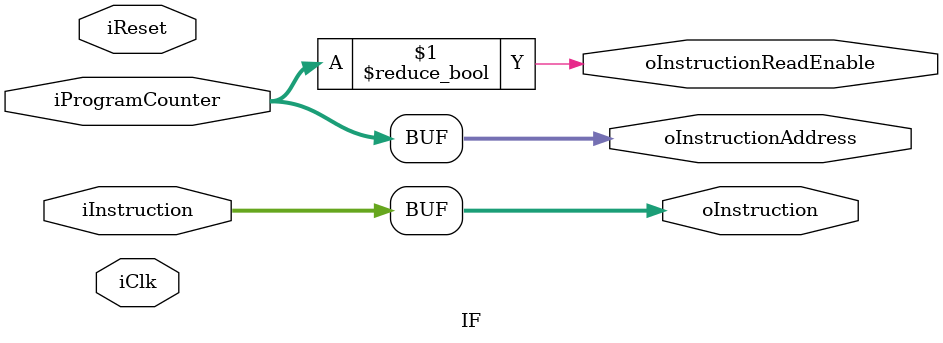
<source format=v>
/********************************************************/
/*                      LICENSE:			*/
/*------------------------------------------------------*/
/* These files can be used for the Embedded Computer    */
/* Architecture course (5SIA0) at Eindhoven University  */
/* of technology. You are not allowed to distribute     */
/* these files to others.                               */
/* This header must be retained at all times		*/
/********************************************************/

module IF
#( //parameters that can be externally configured
	parameter I_WIDTH = 16,
	parameter IM_ADDR_WIDTH = 16
)
(  //inputs and outputs
	input iClk,
	input iReset,
	
	input [IM_ADDR_WIDTH-1:0] iProgramCounter,
		
	output [IM_ADDR_WIDTH-1:0] oInstructionAddress,
	input [I_WIDTH-1:0] iInstruction,
	
	output [I_WIDTH-1:0] oInstruction,

	output oInstructionReadEnable
);

	//reg [I_WIDTH-1:0] rInstruction;
	
	assign oInstructionAddress = iProgramCounter;
	assign oInstructionReadEnable = (iProgramCounter != 0);
	
	/*
	always @(posedge iClk)
	begin
		if (iReset)
			rInstruction <= 'b0;
		else
			rInstruction <= iInstruction;
	end
	*/
	
	//assign oInstruction = rInstruction;
	assign oInstruction = iInstruction;
	
endmodule

</source>
